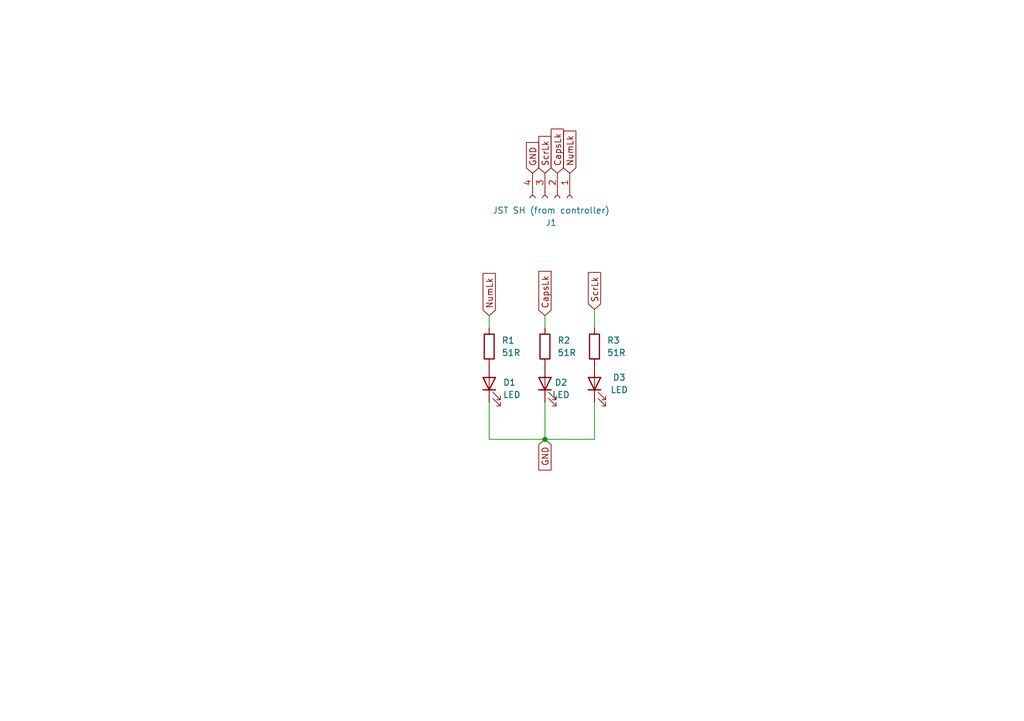
<source format=kicad_sch>
(kicad_sch
	(version 20231120)
	(generator "eeschema")
	(generator_version "8.0")
	(uuid "6f3a05ad-171b-4f10-a7ce-28217cb658f5")
	(paper "A5")
	(lib_symbols
		(symbol "Connector:Conn_01x04_Socket"
			(pin_names
				(offset 1.016) hide)
			(exclude_from_sim no)
			(in_bom yes)
			(on_board yes)
			(property "Reference" "J"
				(at 0 5.08 0)
				(effects
					(font
						(size 1.27 1.27)
					)
				)
			)
			(property "Value" "Conn_01x04_Socket"
				(at 0 -7.62 0)
				(effects
					(font
						(size 1.27 1.27)
					)
				)
			)
			(property "Footprint" ""
				(at 0 0 0)
				(effects
					(font
						(size 1.27 1.27)
					)
					(hide yes)
				)
			)
			(property "Datasheet" "~"
				(at 0 0 0)
				(effects
					(font
						(size 1.27 1.27)
					)
					(hide yes)
				)
			)
			(property "Description" "Generic connector, single row, 01x04, script generated"
				(at 0 0 0)
				(effects
					(font
						(size 1.27 1.27)
					)
					(hide yes)
				)
			)
			(property "ki_locked" ""
				(at 0 0 0)
				(effects
					(font
						(size 1.27 1.27)
					)
				)
			)
			(property "ki_keywords" "connector"
				(at 0 0 0)
				(effects
					(font
						(size 1.27 1.27)
					)
					(hide yes)
				)
			)
			(property "ki_fp_filters" "Connector*:*_1x??_*"
				(at 0 0 0)
				(effects
					(font
						(size 1.27 1.27)
					)
					(hide yes)
				)
			)
			(symbol "Conn_01x04_Socket_1_1"
				(arc
					(start 0 -4.572)
					(mid -0.5058 -5.08)
					(end 0 -5.588)
					(stroke
						(width 0.1524)
						(type default)
					)
					(fill
						(type none)
					)
				)
				(arc
					(start 0 -2.032)
					(mid -0.5058 -2.54)
					(end 0 -3.048)
					(stroke
						(width 0.1524)
						(type default)
					)
					(fill
						(type none)
					)
				)
				(polyline
					(pts
						(xy -1.27 -5.08) (xy -0.508 -5.08)
					)
					(stroke
						(width 0.1524)
						(type default)
					)
					(fill
						(type none)
					)
				)
				(polyline
					(pts
						(xy -1.27 -2.54) (xy -0.508 -2.54)
					)
					(stroke
						(width 0.1524)
						(type default)
					)
					(fill
						(type none)
					)
				)
				(polyline
					(pts
						(xy -1.27 0) (xy -0.508 0)
					)
					(stroke
						(width 0.1524)
						(type default)
					)
					(fill
						(type none)
					)
				)
				(polyline
					(pts
						(xy -1.27 2.54) (xy -0.508 2.54)
					)
					(stroke
						(width 0.1524)
						(type default)
					)
					(fill
						(type none)
					)
				)
				(arc
					(start 0 0.508)
					(mid -0.5058 0)
					(end 0 -0.508)
					(stroke
						(width 0.1524)
						(type default)
					)
					(fill
						(type none)
					)
				)
				(arc
					(start 0 3.048)
					(mid -0.5058 2.54)
					(end 0 2.032)
					(stroke
						(width 0.1524)
						(type default)
					)
					(fill
						(type none)
					)
				)
				(pin passive line
					(at -5.08 2.54 0)
					(length 3.81)
					(name "Pin_1"
						(effects
							(font
								(size 1.27 1.27)
							)
						)
					)
					(number "1"
						(effects
							(font
								(size 1.27 1.27)
							)
						)
					)
				)
				(pin passive line
					(at -5.08 0 0)
					(length 3.81)
					(name "Pin_2"
						(effects
							(font
								(size 1.27 1.27)
							)
						)
					)
					(number "2"
						(effects
							(font
								(size 1.27 1.27)
							)
						)
					)
				)
				(pin passive line
					(at -5.08 -2.54 0)
					(length 3.81)
					(name "Pin_3"
						(effects
							(font
								(size 1.27 1.27)
							)
						)
					)
					(number "3"
						(effects
							(font
								(size 1.27 1.27)
							)
						)
					)
				)
				(pin passive line
					(at -5.08 -5.08 0)
					(length 3.81)
					(name "Pin_4"
						(effects
							(font
								(size 1.27 1.27)
							)
						)
					)
					(number "4"
						(effects
							(font
								(size 1.27 1.27)
							)
						)
					)
				)
			)
		)
		(symbol "Device:LED"
			(pin_numbers hide)
			(pin_names
				(offset 1.016) hide)
			(exclude_from_sim no)
			(in_bom yes)
			(on_board yes)
			(property "Reference" "D"
				(at 0 2.54 0)
				(effects
					(font
						(size 1.27 1.27)
					)
				)
			)
			(property "Value" "LED"
				(at 0 -2.54 0)
				(effects
					(font
						(size 1.27 1.27)
					)
				)
			)
			(property "Footprint" ""
				(at 0 0 0)
				(effects
					(font
						(size 1.27 1.27)
					)
					(hide yes)
				)
			)
			(property "Datasheet" "~"
				(at 0 0 0)
				(effects
					(font
						(size 1.27 1.27)
					)
					(hide yes)
				)
			)
			(property "Description" "Light emitting diode"
				(at 0 0 0)
				(effects
					(font
						(size 1.27 1.27)
					)
					(hide yes)
				)
			)
			(property "ki_keywords" "LED diode"
				(at 0 0 0)
				(effects
					(font
						(size 1.27 1.27)
					)
					(hide yes)
				)
			)
			(property "ki_fp_filters" "LED* LED_SMD:* LED_THT:*"
				(at 0 0 0)
				(effects
					(font
						(size 1.27 1.27)
					)
					(hide yes)
				)
			)
			(symbol "LED_0_1"
				(polyline
					(pts
						(xy -1.27 -1.27) (xy -1.27 1.27)
					)
					(stroke
						(width 0.254)
						(type default)
					)
					(fill
						(type none)
					)
				)
				(polyline
					(pts
						(xy -1.27 0) (xy 1.27 0)
					)
					(stroke
						(width 0)
						(type default)
					)
					(fill
						(type none)
					)
				)
				(polyline
					(pts
						(xy 1.27 -1.27) (xy 1.27 1.27) (xy -1.27 0) (xy 1.27 -1.27)
					)
					(stroke
						(width 0.254)
						(type default)
					)
					(fill
						(type none)
					)
				)
				(polyline
					(pts
						(xy -3.048 -0.762) (xy -4.572 -2.286) (xy -3.81 -2.286) (xy -4.572 -2.286) (xy -4.572 -1.524)
					)
					(stroke
						(width 0)
						(type default)
					)
					(fill
						(type none)
					)
				)
				(polyline
					(pts
						(xy -1.778 -0.762) (xy -3.302 -2.286) (xy -2.54 -2.286) (xy -3.302 -2.286) (xy -3.302 -1.524)
					)
					(stroke
						(width 0)
						(type default)
					)
					(fill
						(type none)
					)
				)
			)
			(symbol "LED_1_1"
				(pin passive line
					(at -3.81 0 0)
					(length 2.54)
					(name "K"
						(effects
							(font
								(size 1.27 1.27)
							)
						)
					)
					(number "1"
						(effects
							(font
								(size 1.27 1.27)
							)
						)
					)
				)
				(pin passive line
					(at 3.81 0 180)
					(length 2.54)
					(name "A"
						(effects
							(font
								(size 1.27 1.27)
							)
						)
					)
					(number "2"
						(effects
							(font
								(size 1.27 1.27)
							)
						)
					)
				)
			)
		)
		(symbol "Device:R"
			(pin_numbers hide)
			(pin_names
				(offset 0)
			)
			(exclude_from_sim no)
			(in_bom yes)
			(on_board yes)
			(property "Reference" "R"
				(at 2.032 0 90)
				(effects
					(font
						(size 1.27 1.27)
					)
				)
			)
			(property "Value" "R"
				(at 0 0 90)
				(effects
					(font
						(size 1.27 1.27)
					)
				)
			)
			(property "Footprint" ""
				(at -1.778 0 90)
				(effects
					(font
						(size 1.27 1.27)
					)
					(hide yes)
				)
			)
			(property "Datasheet" "~"
				(at 0 0 0)
				(effects
					(font
						(size 1.27 1.27)
					)
					(hide yes)
				)
			)
			(property "Description" "Resistor"
				(at 0 0 0)
				(effects
					(font
						(size 1.27 1.27)
					)
					(hide yes)
				)
			)
			(property "ki_keywords" "R res resistor"
				(at 0 0 0)
				(effects
					(font
						(size 1.27 1.27)
					)
					(hide yes)
				)
			)
			(property "ki_fp_filters" "R_*"
				(at 0 0 0)
				(effects
					(font
						(size 1.27 1.27)
					)
					(hide yes)
				)
			)
			(symbol "R_0_1"
				(rectangle
					(start -1.016 -2.54)
					(end 1.016 2.54)
					(stroke
						(width 0.254)
						(type default)
					)
					(fill
						(type none)
					)
				)
			)
			(symbol "R_1_1"
				(pin passive line
					(at 0 3.81 270)
					(length 1.27)
					(name "~"
						(effects
							(font
								(size 1.27 1.27)
							)
						)
					)
					(number "1"
						(effects
							(font
								(size 1.27 1.27)
							)
						)
					)
				)
				(pin passive line
					(at 0 -3.81 90)
					(length 1.27)
					(name "~"
						(effects
							(font
								(size 1.27 1.27)
							)
						)
					)
					(number "2"
						(effects
							(font
								(size 1.27 1.27)
							)
						)
					)
				)
			)
		)
	)
	(junction
		(at 111.76 90.17)
		(diameter 0)
		(color 0 0 0 0)
		(uuid "154b2a0d-a124-4f37-a1a4-7e8c75dd9176")
	)
	(wire
		(pts
			(xy 100.33 90.17) (xy 111.76 90.17)
		)
		(stroke
			(width 0)
			(type default)
		)
		(uuid "0d36bed4-6ed2-427e-b172-589bde2ab719")
	)
	(wire
		(pts
			(xy 100.33 82.55) (xy 100.33 90.17)
		)
		(stroke
			(width 0)
			(type default)
		)
		(uuid "1d323584-60fc-46c7-ad96-8cf1bd29b93c")
	)
	(wire
		(pts
			(xy 111.76 82.55) (xy 111.76 90.17)
		)
		(stroke
			(width 0)
			(type default)
		)
		(uuid "51d9174b-f9fe-4fab-8386-52c9da34a269")
	)
	(wire
		(pts
			(xy 111.76 64.77) (xy 111.76 67.31)
		)
		(stroke
			(width 0)
			(type default)
		)
		(uuid "5d3651e3-cd1d-4341-8b09-36ccc3818fc1")
	)
	(wire
		(pts
			(xy 121.92 82.55) (xy 121.92 90.17)
		)
		(stroke
			(width 0)
			(type default)
		)
		(uuid "7b90e8ee-2fd5-4467-98f4-373607b69b41")
	)
	(wire
		(pts
			(xy 111.76 90.17) (xy 121.92 90.17)
		)
		(stroke
			(width 0)
			(type default)
		)
		(uuid "ab4a26f0-d987-49fe-8fe4-ef793c0ef1b9")
	)
	(wire
		(pts
			(xy 121.92 63.5) (xy 121.92 67.31)
		)
		(stroke
			(width 0)
			(type default)
		)
		(uuid "af8f37f6-1681-41da-9d87-c7fdb08ca820")
	)
	(wire
		(pts
			(xy 100.33 64.77) (xy 100.33 67.31)
		)
		(stroke
			(width 0)
			(type default)
		)
		(uuid "f4d4dbc2-4204-42d5-8251-cc04d4e00ff2")
	)
	(global_label "ScrLk"
		(shape input)
		(at 111.76 35.56 90)
		(fields_autoplaced yes)
		(effects
			(font
				(size 1.27 1.27)
			)
			(justify left)
		)
		(uuid "000c1867-501f-4b59-b33c-a53b9fb34439")
		(property "Intersheetrefs" "${INTERSHEET_REFS}"
			(at 111.76 27.4343 90)
			(effects
				(font
					(size 1.27 1.27)
				)
				(justify left)
				(hide yes)
			)
		)
	)
	(global_label "GND"
		(shape input)
		(at 109.22 35.56 90)
		(fields_autoplaced yes)
		(effects
			(font
				(size 1.27 1.27)
			)
			(justify left)
		)
		(uuid "3334725f-5fb9-46bc-b188-df46be8e4449")
		(property "Intersheetrefs" "${INTERSHEET_REFS}"
			(at 109.22 28.7043 90)
			(effects
				(font
					(size 1.27 1.27)
				)
				(justify left)
				(hide yes)
			)
		)
	)
	(global_label "GND"
		(shape input)
		(at 111.76 90.17 270)
		(fields_autoplaced yes)
		(effects
			(font
				(size 1.27 1.27)
			)
			(justify right)
		)
		(uuid "5de27d15-b190-4d4c-b5bb-2a255b202f8d")
		(property "Intersheetrefs" "${INTERSHEET_REFS}"
			(at 111.76 97.0257 90)
			(effects
				(font
					(size 1.27 1.27)
				)
				(justify right)
				(hide yes)
			)
		)
	)
	(global_label "NumLk"
		(shape input)
		(at 100.33 64.77 90)
		(fields_autoplaced yes)
		(effects
			(font
				(size 1.27 1.27)
			)
			(justify left)
		)
		(uuid "7d332fbe-868f-49d2-bdf9-e64d661659c1")
		(property "Intersheetrefs" "${INTERSHEET_REFS}"
			(at 100.33 55.5558 90)
			(effects
				(font
					(size 1.27 1.27)
				)
				(justify left)
				(hide yes)
			)
		)
	)
	(global_label "NumLk"
		(shape input)
		(at 116.84 35.56 90)
		(fields_autoplaced yes)
		(effects
			(font
				(size 1.27 1.27)
			)
			(justify left)
		)
		(uuid "8753a8f0-cc6a-41c2-bbd4-a4f2c56ebc50")
		(property "Intersheetrefs" "${INTERSHEET_REFS}"
			(at 116.84 26.3458 90)
			(effects
				(font
					(size 1.27 1.27)
				)
				(justify left)
				(hide yes)
			)
		)
	)
	(global_label "CapsLk"
		(shape input)
		(at 111.76 64.77 90)
		(fields_autoplaced yes)
		(effects
			(font
				(size 1.27 1.27)
			)
			(justify left)
		)
		(uuid "9f5beb76-6d5e-48ab-825a-232afe545142")
		(property "Intersheetrefs" "${INTERSHEET_REFS}"
			(at 111.76 55.1325 90)
			(effects
				(font
					(size 1.27 1.27)
				)
				(justify left)
				(hide yes)
			)
		)
	)
	(global_label "CapsLk"
		(shape input)
		(at 114.3 35.56 90)
		(fields_autoplaced yes)
		(effects
			(font
				(size 1.27 1.27)
			)
			(justify left)
		)
		(uuid "c5be9cb0-164b-44df-bf6b-c62a1e9b6a41")
		(property "Intersheetrefs" "${INTERSHEET_REFS}"
			(at 114.3 25.9225 90)
			(effects
				(font
					(size 1.27 1.27)
				)
				(justify left)
				(hide yes)
			)
		)
	)
	(global_label "ScrLk"
		(shape input)
		(at 121.92 63.5 90)
		(fields_autoplaced yes)
		(effects
			(font
				(size 1.27 1.27)
			)
			(justify left)
		)
		(uuid "d09c6282-4508-42f5-937d-7d8843956124")
		(property "Intersheetrefs" "${INTERSHEET_REFS}"
			(at 121.92 55.3743 90)
			(effects
				(font
					(size 1.27 1.27)
				)
				(justify left)
				(hide yes)
			)
		)
	)
	(symbol
		(lib_id "Connector:Conn_01x04_Socket")
		(at 114.3 40.64 270)
		(unit 1)
		(exclude_from_sim no)
		(in_bom yes)
		(on_board yes)
		(dnp no)
		(fields_autoplaced yes)
		(uuid "0f94c9ef-f047-48d2-b2c9-217b5b8d5e55")
		(property "Reference" "J1"
			(at 113.03 45.72 90)
			(effects
				(font
					(size 1.27 1.27)
				)
			)
		)
		(property "Value" "JST SH (from controller)"
			(at 113.03 43.18 90)
			(effects
				(font
					(size 1.27 1.27)
				)
			)
		)
		(property "Footprint" "Connector_JST:JST_SH_BM04B-SRSS-TB_1x04-1MP_P1.00mm_Vertical"
			(at 114.3 40.64 0)
			(effects
				(font
					(size 1.27 1.27)
				)
				(hide yes)
			)
		)
		(property "Datasheet" "~"
			(at 114.3 40.64 0)
			(effects
				(font
					(size 1.27 1.27)
				)
				(hide yes)
			)
		)
		(property "Description" "Generic connector, single row, 01x04, script generated"
			(at 114.3 40.64 0)
			(effects
				(font
					(size 1.27 1.27)
				)
				(hide yes)
			)
		)
		(pin "3"
			(uuid "5f860787-f9d9-4ff5-b057-7518e226cc0a")
		)
		(pin "2"
			(uuid "a7b9966f-0ee1-4081-94b3-a4acb051e9bd")
		)
		(pin "1"
			(uuid "0dd0fcff-d6fa-4b86-bd9d-146e21b24424")
		)
		(pin "4"
			(uuid "8c2c4ac2-11de-4fa2-967d-d216732cc711")
		)
		(instances
			(project ""
				(path "/6f3a05ad-171b-4f10-a7ce-28217cb658f5"
					(reference "J1")
					(unit 1)
				)
			)
		)
	)
	(symbol
		(lib_id "Device:LED")
		(at 121.92 78.74 90)
		(unit 1)
		(exclude_from_sim no)
		(in_bom yes)
		(on_board yes)
		(dnp no)
		(uuid "39a56263-ff7e-4093-b5af-eb03a718ea4d")
		(property "Reference" "D3"
			(at 127 77.47 90)
			(effects
				(font
					(size 1.27 1.27)
				)
			)
		)
		(property "Value" "LED"
			(at 127 80.01 90)
			(effects
				(font
					(size 1.27 1.27)
				)
			)
		)
		(property "Footprint" "LED_THT:LED_D5.0mm"
			(at 121.92 78.74 0)
			(effects
				(font
					(size 1.27 1.27)
				)
				(hide yes)
			)
		)
		(property "Datasheet" "~"
			(at 121.92 78.74 0)
			(effects
				(font
					(size 1.27 1.27)
				)
				(hide yes)
			)
		)
		(property "Description" "Light emitting diode"
			(at 121.92 78.74 0)
			(effects
				(font
					(size 1.27 1.27)
				)
				(hide yes)
			)
		)
		(pin "1"
			(uuid "14834628-7fde-4dcd-9841-1fdf8b3939d9")
		)
		(pin "2"
			(uuid "5a9bc150-793a-44ca-8da5-b3912da8f1fe")
		)
		(instances
			(project "modelm-statuslights"
				(path "/6f3a05ad-171b-4f10-a7ce-28217cb658f5"
					(reference "D3")
					(unit 1)
				)
			)
		)
	)
	(symbol
		(lib_id "Device:LED")
		(at 100.33 78.74 90)
		(unit 1)
		(exclude_from_sim no)
		(in_bom yes)
		(on_board yes)
		(dnp no)
		(uuid "4c932641-02b5-486d-b775-d9b5c6ea1006")
		(property "Reference" "D1"
			(at 103.124 78.486 90)
			(effects
				(font
					(size 1.27 1.27)
				)
				(justify right)
			)
		)
		(property "Value" "LED"
			(at 103.124 81.026 90)
			(effects
				(font
					(size 1.27 1.27)
				)
				(justify right)
			)
		)
		(property "Footprint" "LED_THT:LED_D5.0mm"
			(at 100.33 78.74 0)
			(effects
				(font
					(size 1.27 1.27)
				)
				(hide yes)
			)
		)
		(property "Datasheet" "~"
			(at 100.33 78.74 0)
			(effects
				(font
					(size 1.27 1.27)
				)
				(hide yes)
			)
		)
		(property "Description" "Light emitting diode"
			(at 100.33 78.74 0)
			(effects
				(font
					(size 1.27 1.27)
				)
				(hide yes)
			)
		)
		(pin "1"
			(uuid "2a42b7ac-2f57-4bd7-a551-e3b8e873cda5")
		)
		(pin "2"
			(uuid "1432204f-6a43-4b58-b3eb-742a77a8e966")
		)
		(instances
			(project ""
				(path "/6f3a05ad-171b-4f10-a7ce-28217cb658f5"
					(reference "D1")
					(unit 1)
				)
			)
		)
	)
	(symbol
		(lib_id "Device:R")
		(at 121.92 71.12 0)
		(unit 1)
		(exclude_from_sim no)
		(in_bom yes)
		(on_board yes)
		(dnp no)
		(uuid "a59e6775-e033-430a-b2cf-d7d47b11dc0f")
		(property "Reference" "R3"
			(at 124.46 69.8499 0)
			(effects
				(font
					(size 1.27 1.27)
				)
				(justify left)
			)
		)
		(property "Value" "51R"
			(at 124.46 72.3899 0)
			(effects
				(font
					(size 1.27 1.27)
				)
				(justify left)
			)
		)
		(property "Footprint" "Resistor_THT:R_Axial_DIN0204_L3.6mm_D1.6mm_P1.90mm_Vertical"
			(at 120.142 71.12 90)
			(effects
				(font
					(size 1.27 1.27)
				)
				(hide yes)
			)
		)
		(property "Datasheet" "~"
			(at 121.92 71.12 0)
			(effects
				(font
					(size 1.27 1.27)
				)
				(hide yes)
			)
		)
		(property "Description" "Resistor"
			(at 121.92 71.12 0)
			(effects
				(font
					(size 1.27 1.27)
				)
				(hide yes)
			)
		)
		(pin "2"
			(uuid "53803a01-b899-405c-9d27-429ca51c0a1a")
		)
		(pin "1"
			(uuid "79ba9ae5-02d7-4ee5-a3b7-f92f5bab8802")
		)
		(instances
			(project "modelm-statuslights"
				(path "/6f3a05ad-171b-4f10-a7ce-28217cb658f5"
					(reference "R3")
					(unit 1)
				)
			)
		)
	)
	(symbol
		(lib_id "Device:R")
		(at 100.33 71.12 0)
		(unit 1)
		(exclude_from_sim no)
		(in_bom yes)
		(on_board yes)
		(dnp no)
		(uuid "cb7d77bb-473e-409e-95aa-7c69110feb7e")
		(property "Reference" "R1"
			(at 102.87 69.8499 0)
			(effects
				(font
					(size 1.27 1.27)
				)
				(justify left)
			)
		)
		(property "Value" "51R"
			(at 102.87 72.3899 0)
			(effects
				(font
					(size 1.27 1.27)
				)
				(justify left)
			)
		)
		(property "Footprint" "Resistor_THT:R_Axial_DIN0204_L3.6mm_D1.6mm_P1.90mm_Vertical"
			(at 98.552 71.12 90)
			(effects
				(font
					(size 1.27 1.27)
				)
				(hide yes)
			)
		)
		(property "Datasheet" "~"
			(at 100.33 71.12 0)
			(effects
				(font
					(size 1.27 1.27)
				)
				(hide yes)
			)
		)
		(property "Description" "Resistor"
			(at 100.33 71.12 0)
			(effects
				(font
					(size 1.27 1.27)
				)
				(hide yes)
			)
		)
		(pin "2"
			(uuid "3f2691d0-fced-4b17-a186-598079a7f53c")
		)
		(pin "1"
			(uuid "5e8f342f-630f-4aa8-82ba-0bccad683458")
		)
		(instances
			(project ""
				(path "/6f3a05ad-171b-4f10-a7ce-28217cb658f5"
					(reference "R1")
					(unit 1)
				)
			)
		)
	)
	(symbol
		(lib_id "Device:R")
		(at 111.76 71.12 0)
		(unit 1)
		(exclude_from_sim no)
		(in_bom yes)
		(on_board yes)
		(dnp no)
		(uuid "dfe4b612-bbeb-4b22-a539-c611fec8f5da")
		(property "Reference" "R2"
			(at 114.3 69.8499 0)
			(effects
				(font
					(size 1.27 1.27)
				)
				(justify left)
			)
		)
		(property "Value" "51R"
			(at 114.3 72.3899 0)
			(effects
				(font
					(size 1.27 1.27)
				)
				(justify left)
			)
		)
		(property "Footprint" "Resistor_THT:R_Axial_DIN0204_L3.6mm_D1.6mm_P1.90mm_Vertical"
			(at 109.982 71.12 90)
			(effects
				(font
					(size 1.27 1.27)
				)
				(hide yes)
			)
		)
		(property "Datasheet" "~"
			(at 111.76 71.12 0)
			(effects
				(font
					(size 1.27 1.27)
				)
				(hide yes)
			)
		)
		(property "Description" "Resistor"
			(at 111.76 71.12 0)
			(effects
				(font
					(size 1.27 1.27)
				)
				(hide yes)
			)
		)
		(pin "2"
			(uuid "21250ee2-e9d5-4e11-a255-9b52306d5a4b")
		)
		(pin "1"
			(uuid "dff16c23-8fdf-4892-ae88-edd1fa0b0fe2")
		)
		(instances
			(project "modelm-statuslights"
				(path "/6f3a05ad-171b-4f10-a7ce-28217cb658f5"
					(reference "R2")
					(unit 1)
				)
			)
		)
	)
	(symbol
		(lib_id "Device:LED")
		(at 111.76 78.74 90)
		(unit 1)
		(exclude_from_sim no)
		(in_bom yes)
		(on_board yes)
		(dnp no)
		(uuid "e9a19e47-98f6-4222-8761-2e7ad8392810")
		(property "Reference" "D2"
			(at 115.062 78.486 90)
			(effects
				(font
					(size 1.27 1.27)
				)
			)
		)
		(property "Value" "LED"
			(at 115.062 81.026 90)
			(effects
				(font
					(size 1.27 1.27)
				)
			)
		)
		(property "Footprint" "LED_THT:LED_D5.0mm"
			(at 111.76 78.74 0)
			(effects
				(font
					(size 1.27 1.27)
				)
				(hide yes)
			)
		)
		(property "Datasheet" "~"
			(at 111.76 78.74 0)
			(effects
				(font
					(size 1.27 1.27)
				)
				(hide yes)
			)
		)
		(property "Description" "Light emitting diode"
			(at 111.76 78.74 0)
			(effects
				(font
					(size 1.27 1.27)
				)
				(hide yes)
			)
		)
		(pin "1"
			(uuid "3da79844-2604-4e70-8a5c-6bf876ca7ce4")
		)
		(pin "2"
			(uuid "7c0e6505-162d-401e-8ae5-849f9657c505")
		)
		(instances
			(project "modelm-statuslights"
				(path "/6f3a05ad-171b-4f10-a7ce-28217cb658f5"
					(reference "D2")
					(unit 1)
				)
			)
		)
	)
	(sheet_instances
		(path "/"
			(page "1")
		)
	)
)

</source>
